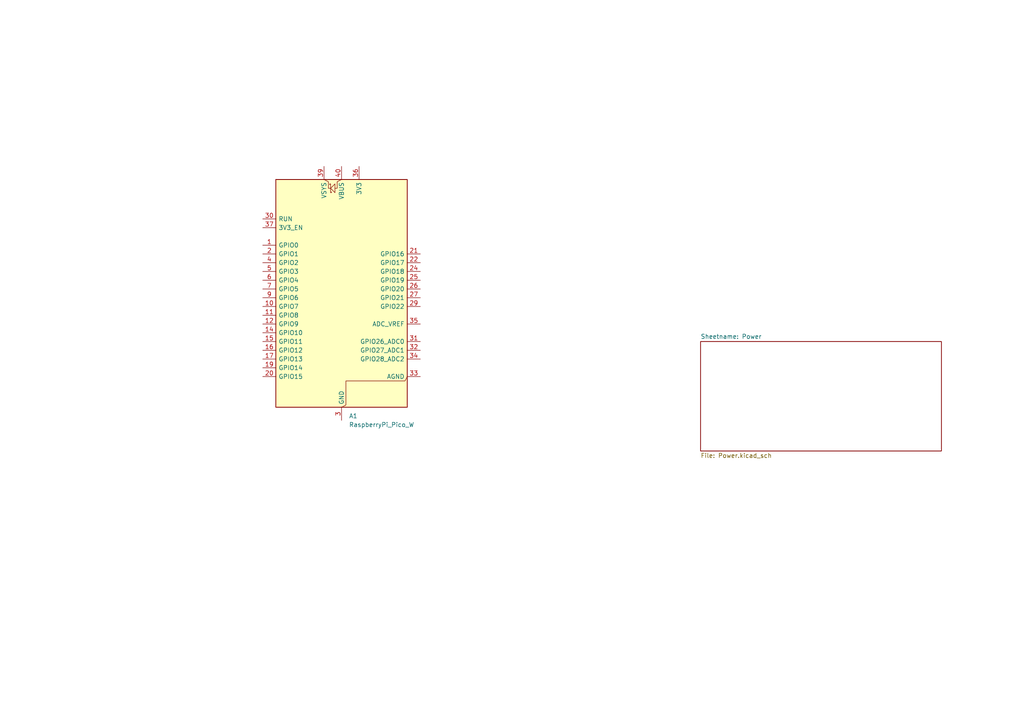
<source format=kicad_sch>
(kicad_sch (version 20250114) (generator "eeschema") (generator_version "9.0")
  (paper "A4")
  (lib_symbols
    (symbol "MCU_Module:RaspberryPi_Pico_W" (pin_names (offset 0.762))
      (property "Reference" "A" (at -19.05 35.56 0))
      (property "Value" "RaspberryPi_Pico_W" (at 7.62 35.56 0))
      (symbol "RaspberryPi_Pico_W_0_1"
        (rectangle (start -19.05 34.29) (end 19.05 -31.75) (stroke (width 0.254)) (fill (type background)))
        (polyline (pts (xy -5.08 34.29) (xy -3.81 33.655) (xy -3.81 31.75) (xy -3.175 31.75)))
        (polyline (pts (xy -3.429 32.766) (xy -3.429 33.02) (xy -3.175 33.02) (xy -3.175 30.48) (xy -2.921 30.48) (xy -2.921 30.734)))
        (polyline (pts (xy -3.175 31.75) (xy -1.905 33.02) (xy -1.905 30.48) (xy -3.175 31.75)))
        (polyline (pts (xy 0 34.29) (xy -1.27 33.655) (xy -1.27 31.75) (xy -1.905 31.75)))
        (polyline (pts (xy 0 -31.75) (xy 1.27 -31.115) (xy 1.27 -24.13) (xy 18.415 -24.13) (xy 19.05 -22.86)))
      )
      (symbol "RaspberryPi_Pico_W_1_1"
        (pin passive line (at -22.86 22.86 0) (length 3.81) (name "RUN") (number "30"))
        (pin passive line (at -22.86 20.32 0) (length 3.81) (name "3V3_EN") (number "37"))
        (pin bidirectional line (at -22.86 15.24 0) (length 3.81) (name "GPIO0") (number "1"))
        (pin bidirectional line (at -22.86 12.7 0) (length 3.81) (name "GPIO1") (number "2"))
        (pin bidirectional line (at -22.86 10.16 0) (length 3.81) (name "GPIO2") (number "4"))
        (pin bidirectional line (at -22.86 7.62 0) (length 3.81) (name "GPIO3") (number "5"))
        (pin bidirectional line (at -22.86 5.08 0) (length 3.81) (name "GPIO4") (number "6"))
        (pin bidirectional line (at -22.86 2.54 0) (length 3.81) (name "GPIO5") (number "7"))
        (pin bidirectional line (at -22.86 0 0) (length 3.81) (name "GPIO6") (number "9"))
        (pin bidirectional line (at -22.86 -2.54 0) (length 3.81) (name "GPIO7") (number "10"))
        (pin bidirectional line (at -22.86 -5.08 0) (length 3.81) (name "GPIO8") (number "11"))
        (pin bidirectional line (at -22.86 -7.62 0) (length 3.81) (name "GPIO9") (number "12"))
        (pin bidirectional line (at -22.86 -10.16 0) (length 3.81) (name "GPIO10") (number "14"))
        (pin bidirectional line (at -22.86 -12.7 0) (length 3.81) (name "GPIO11") (number "15"))
        (pin bidirectional line (at -22.86 -15.24 0) (length 3.81) (name "GPIO12") (number "16"))
        (pin bidirectional line (at -22.86 -17.78 0) (length 3.81) (name "GPIO13") (number "17"))
        (pin bidirectional line (at -22.86 -20.32 0) (length 3.81) (name "GPIO14") (number "19"))
        (pin bidirectional line (at -22.86 -22.86 0) (length 3.81) (name "GPIO15") (number "20"))
        (pin power_in line (at -5.08 38.1 270) (length 3.81) (name "VSYS") (number "39"))
        (pin power_out line (at 0 38.1 270) (length 3.81) (name "VBUS") (number "40"))
        (pin passive line (at 0 -35.56 90) (length 3.81) (hide yes) (name "GND") (number "13"))
        (pin passive line (at 0 -35.56 90) (length 3.81) (hide yes) (name "GND") (number "18"))
        (pin passive line (at 0 -35.56 90) (length 3.81) (hide yes) (name "GND") (number "23"))
        (pin passive line (at 0 -35.56 90) (length 3.81) (hide yes) (name "GND") (number "28"))
        (pin power_out line (at 0 -35.56 90) (length 3.81) (name "GND") (number "3"))
        (pin passive line (at 0 -35.56 90) (length 3.81) (hide yes) (name "GND") (number "38"))
        (pin passive line (at 0 -35.56 90) (length 3.81) (hide yes) (name "GND") (number "8"))
        (pin power_out line (at 5.08 38.1 270) (length 3.81) (name "3V3") (number "36"))
        (pin bidirectional line (at 22.86 12.7 180) (length 3.81) (name "GPIO16") (number "21"))
        (pin bidirectional line (at 22.86 10.16 180) (length 3.81) (name "GPIO17") (number "22"))
        (pin bidirectional line (at 22.86 7.62 180) (length 3.81) (name "GPIO18") (number "24"))
        (pin bidirectional line (at 22.86 5.08 180) (length 3.81) (name "GPIO19") (number "25"))
        (pin bidirectional line (at 22.86 2.54 180) (length 3.81) (name "GPIO20") (number "26"))
        (pin bidirectional line (at 22.86 0 180) (length 3.81) (name "GPIO21") (number "27"))
        (pin bidirectional line (at 22.86 -2.54 180) (length 3.81) (name "GPIO22") (number "29"))
        (pin power_in line (at 22.86 -7.62 180) (length 3.81) (name "ADC_VREF") (number "35"))
        (pin bidirectional line (at 22.86 -12.7 180) (length 3.81) (name "GPIO26_ADC0") (number "31"))
        (pin bidirectional line (at 22.86 -15.24 180) (length 3.81) (name "GPIO27_ADC1") (number "32"))
        (pin bidirectional line (at 22.86 -17.78 180) (length 3.81) (name "GPIO28_ADC2") (number "34"))
        (pin power_out line (at 22.86 -22.86 180) (length 3.81) (name "AGND") (number "33"))
      )
    )
  )
  (symbol (lib_id "MCU_Module:RaspberryPi_Pico_W") (at 99.06 86.36 0) (unit 1)
    (property "Reference" "A1" (at 101.2033 120.65 0) (effects (justify left)))
    (property "Value" "RaspberryPi_Pico_W" (at 101.2033 123.19 0) (effects (justify left)))
    (property "Footprint" "Module:RaspberryPi_Pico_Common_SMD" (effects (hide yes)))
    (property "Datasheet" "https://datasheets.raspberrypi.com/picow/pico-w-datasheet.pdf" (effects (hide yes)))
    (property "Description" "Versatile and inexpensive wireless microcontroller module powered by RP2040 dual-core Arm Cortex-M0+ processor up to 133 MHz, 264kB SRAM, 2MB QSPI flash, Infineon CYW43439 2.4GHz 802.11n wireless LAN; also supports Raspberry Pi Pico 2 W" (effects (hide yes)))
  )
  (sheet (at 203.2 99.06) (size 69.85 31.75) (stroke (width 0.1524))
    (property "Sheetname" "Power" (at 203.2 98.3484 0) (show_name yes) (effects (justify left bottom)))
    (property "Sheetfile" "Power.kicad_sch" (at 203.2 131.3946 0) (effects (justify left top)))
  )
)
</source>
